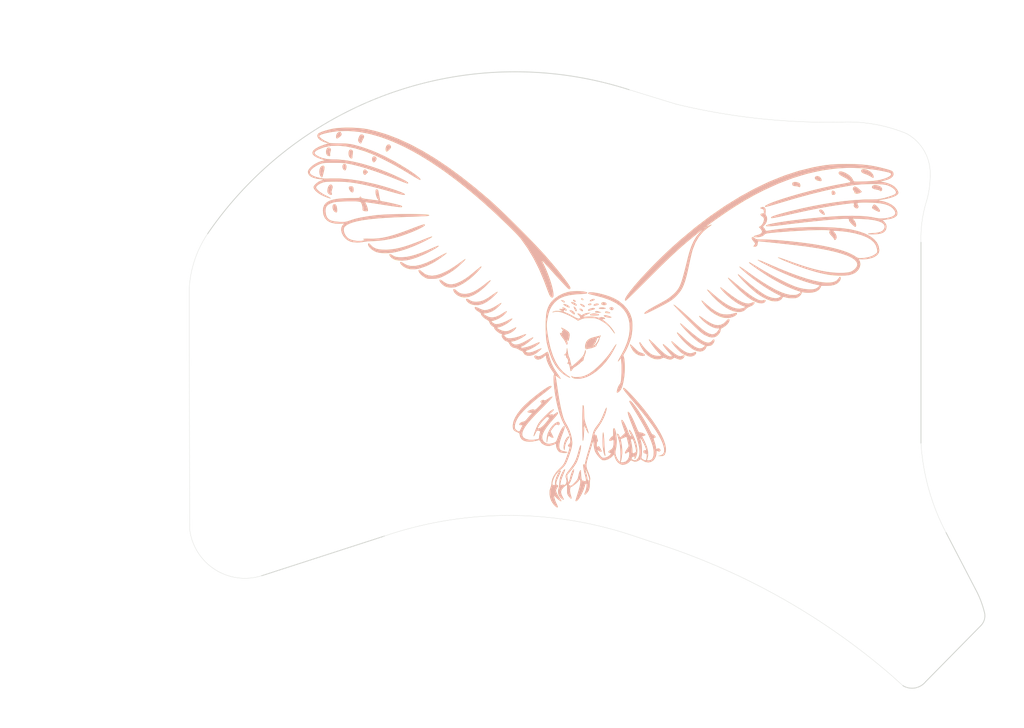
<source format=kicad_pcb>
(kicad_pcb (version 20211014) (generator pcbnew)
  (title_block (title "board") (rev "v1.0.0") (company "Unknown"))
  (layers (0 "F.Cu" signal) (31 "B.Cu" signal) (34 "B.Paste" user) (35 "F.Paste" user) (36 "B.SilkS" user "B.Silkscreen") (37 "F.SilkS" user "F.Silkscreen") (38 "B.Mask" user) (39 "F.Mask" user) (44 "Edge.Cuts" user))
  (net 0 "")
  (net 1 "GND")
  (footprint "mounting holes:MountingHole_3.2mm_M3" (layer "F.Cu") (at 167.2 -107)
    (fp_text reference "REF**" hide)
    (fp_text value "MountingHole_3.2mm_M3")
    (pad "" np_thru_hole circle locked (at 0 0) (size 3.2 3.2) (drill 3.2) (layers *.Cu *.Mask))
  )
  (footprint "mounting holes:MountingHole_3.2mm_M3" (layer "F.Cu") (at 47.6 -93.6)
    (fp_text reference "REF**" hide)
    (fp_text value "MountingHole_3.2mm_M3")
    (pad "" np_thru_hole circle locked (at 0 0) (size 3.2 3.2) (drill 3.2) (layers *.Cu *.Mask))
  )
  (footprint "mounting holes:MountingHole_3.2mm_M3" (layer "F.Cu") (at 167.2 -48.2)
    (fp_text reference "REF**" hide)
    (fp_text value "MountingHole_3.2mm_M3")
    (pad "" np_thru_hole circle locked (at 0 0) (size 3.2 3.2) (drill 3.2) (layers *.Cu *.Mask))
  )
  (footprint "mounting holes:MountingHole_3.2mm_M3" (layer "F.Cu") (at 47.6 -53.6)
    (fp_text reference "REF**" hide)
    (fp_text value "MountingHole_3.2mm_M3")
    (pad "" np_thru_hole circle locked (at 0 0) (size 3.2 3.2) (drill 3.2) (layers *.Cu *.Mask))
  )
  (footprint "LOGO" (layer "F.Cu") (at 113.8 -80.6)
    (fp_text reference "G***" hide)
    (fp_text value "LOGO" hide)
  )
  (footprint "LOGO" (layer "B.Cu") (at 113.8 -80.6 180)
    (fp_text reference "G***" hide)
    (fp_text value "LOGO" hide)
  )
  (gr_line (start 41.20834 -86.995) (end 41.275 -44.45) (layer "Edge.Cuts") (width 0.05))
  (gr_arc (start 181.4 -29.6) (mid 181.338092 -28.404194) (end 180.721611 -27.377677) (layer "Edge.Cuts") (width 0.15))
  (gr_arc (start 179.8 -33.8) (mid 180.739347 -31.753085) (end 181.4 -29.6) (layer "Edge.Cuts") (width 0.15))
  (gr_line (start 174.6 -43.8) (end 179.8 -33.8) (layer "Edge.Cuts") (width 0.15))
  (gr_arc (start 167.6 -114.2) (mid 170.766348 -111.105224) (end 171.8 -106.8) (layer "Edge.Cuts") (width 0.05))
  (gr_line (start 53.975 -36.195) (end 75.565 -43.18) (layer "Edge.Cuts") (width 0.15))
  (gr_line (start 119 -43.4) (end 122.6 -42.2) (layer "Edge.Cuts") (width 0.05))
  (gr_arc (start 171.8 -106.8) (mid 171.653249 -104.579102) (end 171.2 -102.4) (layer "Edge.Cuts") (width 0.05))
  (gr_arc (start 174.6 -43.8) (mid 171.552419 -51.465689) (end 170.18 -59.6) (layer "Edge.Cuts") (width 0.05))
  (gr_arc (start 53.975 -36.195) (mid 45.680307 -37.330665) (end 41.275 -44.45) (layer "Edge.Cuts") (width 0.05))
  (gr_line (start 167 -16.8) (end 165 -18.6) (layer "Edge.Cuts") (width 0.05))
  (gr_arc (start 156.21 -116.205) (mid 162.013857 -115.820892) (end 167.6 -114.2) (layer "Edge.Cuts") (width 0.05))
  (gr_arc (start 75.565 -43.18) (mid 97.264578 -46.828357) (end 119 -43.4) (layer "Edge.Cuts") (width 0.05))
  (gr_arc (start 170.18 -95) (mid 170.377461 -98.74308) (end 171.2 -102.4) (layer "Edge.Cuts") (width 0.05))
  (gr_arc (start 41.20834 -86.995) (mid 42.196557 -91.972798) (end 44.45 -96.52) (layer "Edge.Cuts") (width 0.05))
  (gr_line (start 171 -17.5) (end 180.721611 -27.377677) (layer "Edge.Cuts") (width 0.15))
  (gr_arc (start 156.21 -116.205) (mid 141.502244 -116.847149) (end 127 -119.38) (layer "Edge.Cuts") (width 0.05))
  (gr_arc (start 122.6 -42.2) (mid 145.014624 -32.582201) (end 165 -18.6) (layer "Edge.Cuts") (width 0.05))
  (gr_arc (start 171 -17.5) (mid 169.131116 -16.400762) (end 167 -16.8) (layer "Edge.Cuts") (width 0.15))
  (gr_arc (start 44.45 -96.52) (mid 77.381253 -121.552521) (end 118.745 -121.92) (layer "Edge.Cuts") (width 0.15))
  (gr_line (start 170.18 -59.6) (end 170.18 -95) (layer "Edge.Cuts") (width 0.15))
  (gr_line (start 118.745 -121.92) (end 127 -119.38) (layer "Edge.Cuts") (width 0.05))
)
</source>
